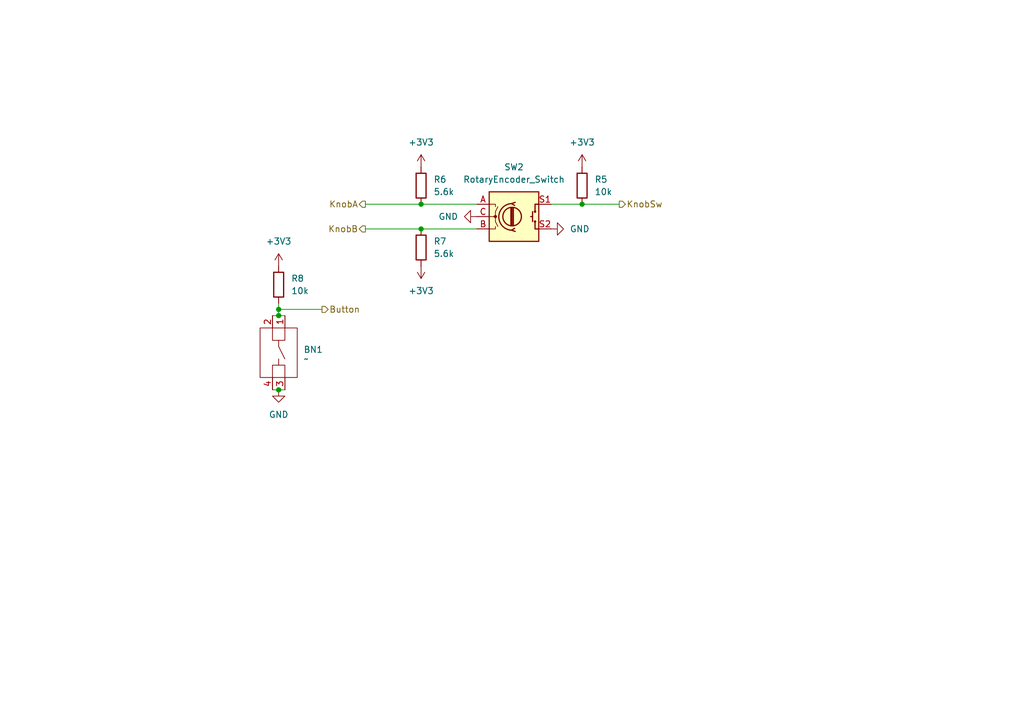
<source format=kicad_sch>
(kicad_sch (version 20250114) (generator "eeschema") (generator_version "9.0")
  (paper "A5")
  (lib_symbols
    (symbol "Device:R" (pin_numbers (hide yes)) (pin_names (offset 0))
      (property "Reference" "R" (at 2.032 0 90))
      (property "Value" "R" (at 0 0 90))
      (symbol "R_0_1"
        (rectangle (start -1.016 -2.54) (end 1.016 2.54) (stroke (width 0.254)))
      )
      (symbol "R_1_1"
        (pin passive line (at 0 3.81 270) (length 1.27) (name "~") (number "1"))
        (pin passive line (at 0 -3.81 90) (length 1.27) (name "~") (number "2"))
      )
    )
    (symbol "Device:RotaryEncoder_Switch" (pin_names (offset 0.254) (hide yes))
      (property "Reference" "SW" (at 0 6.604 0))
      (property "Value" "RotaryEncoder_Switch" (at 0 -6.604 0))
      (symbol "RotaryEncoder_Switch_0_1"
        (rectangle (start -5.08 5.08) (end 5.08 -5.08) (stroke (width 0.254)) (fill (type background)))
        (polyline (pts (xy -5.08 2.54) (xy -3.81 2.54) (xy -3.81 2.032)))
        (polyline (pts (xy -5.08 0) (xy -3.81 0) (xy -3.81 -1.016) (xy -3.302 -2.032)))
        (polyline (pts (xy -5.08 -2.54) (xy -3.81 -2.54) (xy -3.81 -2.032)))
        (polyline (pts (xy -4.318 0) (xy -3.81 0) (xy -3.81 1.016) (xy -3.302 2.032)))
        (circle (center -3.81 0) (radius 0.254) (fill (type outline)))
        (polyline (pts (xy -0.635 -1.778) (xy -0.635 1.778)) (stroke (width 0.254)))
        (circle (center -0.381 0) (radius 1.905) (stroke (width 0.254)))
        (polyline (pts (xy -0.381 -1.778) (xy -0.381 1.778)) (stroke (width 0.254)))
        (arc (start -0.381 -2.794) (mid -3.0988 -0.0635) (end -0.381 2.667) (stroke (width 0.254)))
        (polyline (pts (xy -0.127 1.778) (xy -0.127 -1.778)) (stroke (width 0.254)))
        (polyline (pts (xy 0.254 2.921) (xy -0.508 2.667) (xy 0.127 2.286)) (stroke (width 0.254)))
        (polyline (pts (xy 0.254 -3.048) (xy -0.508 -2.794) (xy 0.127 -2.413)) (stroke (width 0.254)))
        (polyline (pts (xy 3.81 1.016) (xy 3.81 -1.016)) (stroke (width 0.254)))
        (polyline (pts (xy 3.81 0) (xy 3.429 0)) (stroke (width 0.254)))
        (circle (center 4.318 1.016) (radius 0.127) (stroke (width 0.254)))
        (circle (center 4.318 -1.016) (radius 0.127) (stroke (width 0.254)))
        (polyline (pts (xy 5.08 2.54) (xy 4.318 2.54) (xy 4.318 1.016)) (stroke (width 0.254)))
        (polyline (pts (xy 5.08 -2.54) (xy 4.318 -2.54) (xy 4.318 -1.016)) (stroke (width 0.254)))
      )
      (symbol "RotaryEncoder_Switch_1_1"
        (pin passive line (at -7.62 2.54 0) (length 2.54) (name "A") (number "A"))
        (pin passive line (at -7.62 0 0) (length 2.54) (name "C") (number "C"))
        (pin passive line (at -7.62 -2.54 0) (length 2.54) (name "B") (number "B"))
        (pin passive line (at 7.62 2.54 180) (length 2.54) (name "S1") (number "S1"))
        (pin passive line (at 7.62 -2.54 180) (length 2.54) (name "S2") (number "S2"))
      )
    )
    (symbol "Stinger custom:Button"
      (property "Reference" "BN" (at -4.064 4.826 0))
      (symbol "Button_0_1"
        (rectangle (start -5.08 3.81) (end 5.08 -3.81))
        (polyline (pts (xy -5.08 1.27) (xy -2.54 1.27) (xy -2.54 -1.27) (xy -5.08 -1.27)))
        (polyline (pts (xy -2.54 0) (xy -1.27 0)))
        (polyline (pts (xy -1.27 0) (xy 1.27 1.27)))
        (polyline (pts (xy 1.27 0) (xy 2.54 0)))
        (polyline (pts (xy 5.08 1.27) (xy 2.54 1.27) (xy 2.54 -1.27) (xy 5.08 -1.27)))
      )
      (symbol "Button_1_1"
        (pin passive line (at -7.62 1.27 0) (length 2.54) (name "") (number "1"))
        (pin passive line (at -7.62 -1.27 0) (length 2.54) (name "") (number "2"))
        (pin passive line (at 7.62 1.27 180) (length 2.54) (name "") (number "3"))
        (pin passive line (at 7.62 -1.27 180) (length 2.54) (name "") (number "4"))
      )
    )
    (symbol "power:+3V3" (power) (pin_numbers (hide yes)) (pin_names (offset 0) (hide yes))
      (property "Value" "+3V3" (at 0 3.556 0))
      (symbol "+3V3_0_1"
        (polyline (pts (xy -0.762 1.27) (xy 0 2.54)))
        (polyline (pts (xy 0 2.54) (xy 0.762 1.27)))
        (polyline (pts (xy 0 0) (xy 0 2.54)))
      )
      (symbol "+3V3_1_1"
        (pin power_in line (at 0 0 90) (length 0) (name "~") (number "1"))
      )
    )
    (symbol "power:GND" (power) (pin_numbers (hide yes)) (pin_names (offset 0) (hide yes))
      (property "Value" "GND" (at 0 -3.81 0))
      (symbol "GND_0_1"
        (polyline (pts (xy 0 0) (xy 0 -1.27) (xy 1.27 -1.27) (xy 0 -2.54) (xy -1.27 -1.27) (xy 0 -1.27)))
      )
      (symbol "GND_1_1"
        (pin power_in line (at 0 0 270) (length 0) (name "~") (number "1"))
      )
    )
  )
  (junction (at 86.36 46.99))
  (junction (at 86.36 41.91))
  (junction (at 119.38 41.91))
  (junction (at 57.15 80.01))
  (junction (at 57.15 64.77))
  (junction (at 57.15 63.5))
  (wire (pts (xy 55.88 80.01) (xy 57.15 80.01)))
  (wire (pts (xy 55.88 64.77) (xy 57.15 64.77)))
  (wire (pts (xy 86.36 41.91) (xy 97.79 41.91)))
  (wire (pts (xy 74.93 41.91) (xy 86.36 41.91)))
  (wire (pts (xy 57.15 63.5) (xy 57.15 64.77)))
  (wire (pts (xy 57.15 64.77) (xy 58.42 64.77)))
  (wire (pts (xy 57.15 80.01) (xy 58.42 80.01)))
  (wire (pts (xy 57.15 63.5) (xy 66.04 63.5)))
  (wire (pts (xy 119.38 41.91) (xy 127 41.91)))
  (wire (pts (xy 86.36 46.99) (xy 97.79 46.99)))
  (wire (pts (xy 57.15 62.23) (xy 57.15 63.5)))
  (wire (pts (xy 113.03 41.91) (xy 119.38 41.91)))
  (wire (pts (xy 74.93 46.99) (xy 86.36 46.99)))
  (hierarchical_label "KnobB" (shape output) (at 74.93 46.99 180))
  (hierarchical_label "KnobSw" (shape output) (at 127 41.91 0))
  (hierarchical_label "Button" (shape output) (at 66.04 63.5 0))
  (hierarchical_label "KnobA" (shape output) (at 74.93 41.91 180))
  (symbol (lib_id "Stinger custom:Button") (at 57.15 72.39 270) (unit 1)
    (property "Reference" "BN1" (at 62.23 71.7549 90) (effects (justify left)))
    (property "Value" "~" (at 62.23 73.66 90) (effects (justify left)))
    (property "Footprint" "Stinger custom:button" (effects (hide yes)))
  )
  (symbol (lib_id "Device:R") (at 86.36 50.8 0) (unit 1)
    (property "Reference" "R7" (at 88.9 49.5299 0) (effects (justify left)))
    (property "Value" "5.6k" (at 88.9 52.0699 0) (effects (justify left)))
    (property "Footprint" "Resistor_SMD:R_0603_1608Metric" (effects (hide yes)))
    (property "Description" "Resistor" (effects (hide yes)))
  )
  (symbol (lib_id "power:GND") (at 97.79 44.45 270) (unit 1)
    (property "Reference" "#PWR026" (effects (hide yes)))
    (property "Value" "GND" (at 93.98 44.4499 90) (effects (justify right)))
    (property "Description" "Power symbol creates a global label with name \"GND\" , ground" (effects (hide yes)))
  )
  (symbol (lib_id "power:GND") (at 57.15 80.01 0) (unit 1)
    (property "Reference" "#PWR033" (effects (hide yes)))
    (property "Value" "GND" (at 57.15 85.09 0))
    (property "Description" "Power symbol creates a global label with name \"GND\" , ground" (effects (hide yes)))
  )
  (symbol (lib_id "Device:R") (at 57.15 58.42 0) (unit 1)
    (property "Reference" "R8" (at 59.69 57.1499 0) (effects (justify left)))
    (property "Value" "10k" (at 59.69 59.6899 0) (effects (justify left)))
    (property "Footprint" "Resistor_SMD:R_0603_1608Metric" (effects (hide yes)))
    (property "Description" "Resistor" (effects (hide yes)))
  )
  (symbol (lib_id "Device:R") (at 86.36 38.1 0) (unit 1)
    (property "Reference" "R6" (at 88.9 36.8299 0) (effects (justify left)))
    (property "Value" "5.6k" (at 88.9 39.3699 0) (effects (justify left)))
    (property "Footprint" "Resistor_SMD:R_0603_1608Metric" (effects (hide yes)))
    (property "Description" "Resistor" (effects (hide yes)))
  )
  (symbol (lib_id "power:+3V3") (at 86.36 34.29 0) (unit 1)
    (property "Reference" "#PWR027" (effects (hide yes)))
    (property "Value" "+3V3" (at 86.36 29.21 0))
    (property "Description" "Power symbol creates a global label with name \"+3V3\"" (effects (hide yes)))
  )
  (symbol (lib_id "Device:RotaryEncoder_Switch") (at 105.41 44.45 0) (unit 1)
    (property "Reference" "SW2" (at 105.41 34.29 0))
    (property "Value" "RotaryEncoder_Switch" (at 105.41 36.83 0))
    (property "Footprint" "Control custom:Rotary Encoder" (effects (hide yes)))
    (property "Description" "Rotary encoder, dual channel, incremental quadrate outputs, with switch" (effects (hide yes)))
  )
  (symbol (lib_id "power:GND") (at 113.03 46.99 90) (unit 1)
    (property "Reference" "#PWR024" (effects (hide yes)))
    (property "Value" "GND" (at 116.84 46.9899 90) (effects (justify right)))
    (property "Description" "Power symbol creates a global label with name \"GND\" , ground" (effects (hide yes)))
  )
  (symbol (lib_id "power:+3V3") (at 57.15 54.61 0) (unit 1)
    (property "Reference" "#PWR034" (effects (hide yes)))
    (property "Value" "+3V3" (at 57.15 49.53 0))
    (property "Description" "Power symbol creates a global label with name \"+3V3\"" (effects (hide yes)))
  )
  (symbol (lib_id "power:+3V3") (at 86.36 54.61 180) (unit 1)
    (property "Reference" "#PWR028" (effects (hide yes)))
    (property "Value" "+3V3" (at 86.36 59.69 0))
    (property "Description" "Power symbol creates a global label with name \"+3V3\"" (effects (hide yes)))
  )
  (symbol (lib_id "Device:R") (at 119.38 38.1 0) (unit 1)
    (property "Reference" "R5" (at 121.92 36.8299 0) (effects (justify left)))
    (property "Value" "10k" (at 121.92 39.3699 0) (effects (justify left)))
    (property "Footprint" "Resistor_SMD:R_0603_1608Metric" (effects (hide yes)))
    (property "Description" "Resistor" (effects (hide yes)))
  )
  (symbol (lib_id "power:+3V3") (at 119.38 34.29 0) (unit 1)
    (property "Reference" "#PWR025" (effects (hide yes)))
    (property "Value" "+3V3" (at 119.38 29.21 0))
    (property "Description" "Power symbol creates a global label with name \"+3V3\"" (effects (hide yes)))
  )
)
</source>
